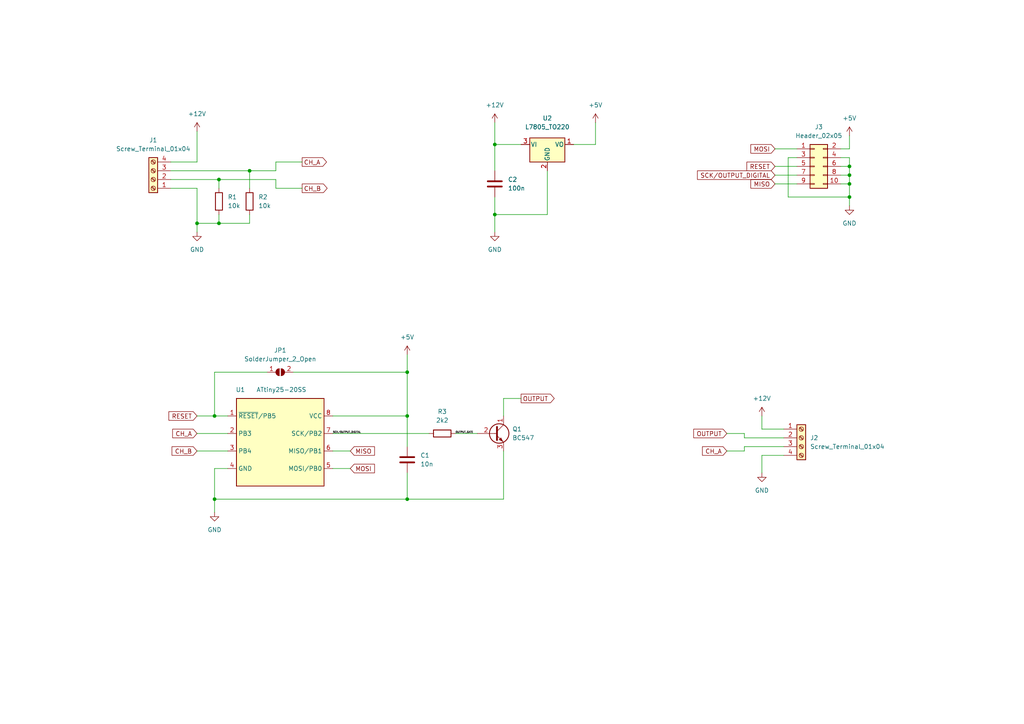
<source format=kicad_sch>
(kicad_sch (version 20211123) (generator eeschema)
  (paper "A4")
  (title_block (title "Indicador de sentido de rotação para encoder incremental") (date "2023-02-08") (rev "Rubem Nobre") (company "Laboratório de Robótica UFSC"))
  (lib_symbols
    (symbol "Connector:Screw_Terminal_01x04" (pin_names (offset 1.016) hide)
      (property "Reference" "J" (at 0 5.08 0))
      (property "Value" "Screw_Terminal_01x04" (at 0 -7.62 0))
      (symbol "Screw_Terminal_01x04_1_1"
        (rectangle (start -1.27 3.81) (end 1.27 -6.35) (stroke (width 0.254)) (fill (type background)))
        (circle (center 0 -5.08) (radius 0.635) (stroke (width 0.1524)))
        (circle (center 0 -2.54) (radius 0.635) (stroke (width 0.1524)))
        (polyline (pts (xy -0.5334 -4.7498) (xy 0.3302 -5.588)) (stroke (width 0.1524)))
        (polyline (pts (xy -0.5334 -2.2098) (xy 0.3302 -3.048)) (stroke (width 0.1524)))
        (polyline (pts (xy -0.5334 0.3302) (xy 0.3302 -0.508)) (stroke (width 0.1524)))
        (polyline (pts (xy -0.5334 2.8702) (xy 0.3302 2.032)) (stroke (width 0.1524)))
        (polyline (pts (xy -0.3556 -4.572) (xy 0.508 -5.4102)) (stroke (width 0.1524)))
        (polyline (pts (xy -0.3556 -2.032) (xy 0.508 -2.8702)) (stroke (width 0.1524)))
        (polyline (pts (xy -0.3556 0.508) (xy 0.508 -0.3302)) (stroke (width 0.1524)))
        (polyline (pts (xy -0.3556 3.048) (xy 0.508 2.2098)) (stroke (width 0.1524)))
        (circle (center 0 0) (radius 0.635) (stroke (width 0.1524)))
        (circle (center 0 2.54) (radius 0.635) (stroke (width 0.1524)))
        (pin passive line (at -5.08 2.54 0) (length 3.81) (name "Pin_1") (number "1"))
        (pin passive line (at -5.08 0 0) (length 3.81) (name "Pin_2") (number "2"))
        (pin passive line (at -5.08 -2.54 0) (length 3.81) (name "Pin_3") (number "3"))
        (pin passive line (at -5.08 -5.08 0) (length 3.81) (name "Pin_4") (number "4"))
      )
    )
    (symbol "Connector_Generic:Conn_02x05_Odd_Even" (pin_names (offset 1.016) hide)
      (property "Reference" "J" (at 1.27 7.62 0))
      (property "Value" "Conn_02x05_Odd_Even" (at 1.27 -7.62 0))
      (symbol "Conn_02x05_Odd_Even_1_1"
        (rectangle (start -1.27 -4.953) (end 0 -5.207) (stroke (width 0.1524)))
        (rectangle (start -1.27 -2.413) (end 0 -2.667) (stroke (width 0.1524)))
        (rectangle (start -1.27 0.127) (end 0 -0.127) (stroke (width 0.1524)))
        (rectangle (start -1.27 2.667) (end 0 2.413) (stroke (width 0.1524)))
        (rectangle (start -1.27 5.207) (end 0 4.953) (stroke (width 0.1524)))
        (rectangle (start -1.27 6.35) (end 3.81 -6.35) (stroke (width 0.254)) (fill (type background)))
        (rectangle (start 3.81 -4.953) (end 2.54 -5.207) (stroke (width 0.1524)))
        (rectangle (start 3.81 -2.413) (end 2.54 -2.667) (stroke (width 0.1524)))
        (rectangle (start 3.81 0.127) (end 2.54 -0.127) (stroke (width 0.1524)))
        (rectangle (start 3.81 2.667) (end 2.54 2.413) (stroke (width 0.1524)))
        (rectangle (start 3.81 5.207) (end 2.54 4.953) (stroke (width 0.1524)))
        (pin passive line (at -5.08 5.08 0) (length 3.81) (name "Pin_1") (number "1"))
        (pin passive line (at 7.62 -5.08 180) (length 3.81) (name "Pin_10") (number "10"))
        (pin passive line (at 7.62 5.08 180) (length 3.81) (name "Pin_2") (number "2"))
        (pin passive line (at -5.08 2.54 0) (length 3.81) (name "Pin_3") (number "3"))
        (pin passive line (at 7.62 2.54 180) (length 3.81) (name "Pin_4") (number "4"))
        (pin passive line (at -5.08 0 0) (length 3.81) (name "Pin_5") (number "5"))
        (pin passive line (at 7.62 0 180) (length 3.81) (name "Pin_6") (number "6"))
        (pin passive line (at -5.08 -2.54 0) (length 3.81) (name "Pin_7") (number "7"))
        (pin passive line (at 7.62 -2.54 180) (length 3.81) (name "Pin_8") (number "8"))
        (pin passive line (at -5.08 -5.08 0) (length 3.81) (name "Pin_9") (number "9"))
      )
    )
    (symbol "Device:C" (pin_numbers hide) (pin_names (offset 0.254))
      (property "Reference" "C" (at 0.635 2.54 0))
      (property "Value" "C" (at 0.635 -2.54 0))
      (symbol "C_0_1"
        (polyline (pts (xy -2.032 -0.762) (xy 2.032 -0.762)) (stroke (width 0.508)))
        (polyline (pts (xy -2.032 0.762) (xy 2.032 0.762)) (stroke (width 0.508)))
      )
      (symbol "C_1_1"
        (pin passive line (at 0 3.81 270) (length 2.794) (name "~") (number "1"))
        (pin passive line (at 0 -3.81 90) (length 2.794) (name "~") (number "2"))
      )
    )
    (symbol "Device:R" (pin_numbers hide) (pin_names (offset 0))
      (property "Reference" "R" (at 2.032 0 90))
      (property "Value" "R" (at 0 0 90))
      (symbol "R_0_1"
        (rectangle (start -1.016 -2.54) (end 1.016 2.54) (stroke (width 0.254)))
      )
      (symbol "R_1_1"
        (pin passive line (at 0 3.81 270) (length 1.27) (name "~") (number "1"))
        (pin passive line (at 0 -3.81 90) (length 1.27) (name "~") (number "2"))
      )
    )
    (symbol "Jumper:SolderJumper_2_Open" (pin_names (offset 0) hide)
      (property "Reference" "JP" (at 0 2.032 0))
      (property "Value" "SolderJumper_2_Open" (at 0 -2.54 0))
      (symbol "SolderJumper_2_Open_0_1"
        (arc (start -0.254 1.016) (mid -1.27 0) (end -0.254 -1.016))
        (arc (start -0.254 1.016) (mid -1.27 0) (end -0.254 -1.016) (fill (type outline)))
        (polyline (pts (xy -0.254 1.016) (xy -0.254 -1.016)))
        (polyline (pts (xy 0.254 1.016) (xy 0.254 -1.016)))
        (arc (start 0.254 -1.016) (mid 1.27 0) (end 0.254 1.016))
        (arc (start 0.254 -1.016) (mid 1.27 0) (end 0.254 1.016) (fill (type outline)))
      )
      (symbol "SolderJumper_2_Open_1_1"
        (pin passive line (at -3.81 0 0) (length 2.54) (name "A") (number "1"))
        (pin passive line (at 3.81 0 180) (length 2.54) (name "B") (number "2"))
      )
    )
    (symbol "MCU_Microchip_ATtiny:ATtiny25-20SS"
      (property "Reference" "U1" (at -10.16 15.24 0))
      (property "Value" "ATtiny25-20SS" (at 7.62 15.24 0))
      (symbol "ATtiny25-20SS_0_1"
        (rectangle (start -12.7 -12.7) (end 12.7 12.7) (stroke (width 0.254)) (fill (type background)))
      )
      (symbol "ATtiny25-20SS_1_1"
        (pin bidirectional line (at -15.24 7.62 0) (length 2.54) (name "~{RESET}/PB5") (number "1"))
        (pin bidirectional line (at -15.24 2.54 0) (length 2.54) (name "PB3") (number "2"))
        (pin bidirectional line (at -15.24 -2.54 0) (length 2.54) (name "PB4") (number "3"))
        (pin power_in line (at -15.24 -7.62 0) (length 2.54) (name "GND") (number "4"))
        (pin bidirectional line (at 15.24 -7.62 180) (length 2.54) (name "MOSI/PB0") (number "5"))
        (pin bidirectional line (at 15.24 -2.54 180) (length 2.54) (name "MISO/PB1") (number "6"))
        (pin bidirectional line (at 15.24 2.54 180) (length 2.54) (name "SCK/PB2") (number "7"))
        (pin power_in line (at 15.24 7.62 180) (length 2.54) (name "VCC") (number "8"))
      )
    )
    (symbol "Regulator_Linear:L78L05_TO92" (pin_names (offset 0.254))
      (property "Reference" "U" (at -3.81 3.175 0))
      (property "Value" "L78L05_TO92" (at 0 3.175 0))
      (symbol "L78L05_TO92_0_1"
        (rectangle (start -5.08 -5.08) (end 5.08 1.905) (stroke (width 0.254)) (fill (type background)))
      )
      (symbol "L78L05_TO92_1_1"
        (pin power_out line (at 7.62 0 180) (length 2.54) (name "VO") (number "1"))
        (pin power_in line (at 0 -7.62 90) (length 2.54) (name "GND") (number "2"))
        (pin power_in line (at -7.62 0 0) (length 2.54) (name "VI") (number "3"))
      )
    )
    (symbol "Transistor_BJT:BC547" (pin_names (offset 0) hide)
      (property "Reference" "Q" (at 5.08 1.905 0))
      (property "Value" "BC547" (at 5.08 0 0))
      (symbol "BC547_0_1"
        (polyline (pts (xy 0 0) (xy 0.635 0)))
        (polyline (pts (xy 0.635 0.635) (xy 2.54 2.54)))
        (polyline (pts (xy 0.635 -0.635) (xy 2.54 -2.54) (xy 2.54 -2.54)))
        (polyline (pts (xy 0.635 1.905) (xy 0.635 -1.905) (xy 0.635 -1.905)) (stroke (width 0.508)))
        (polyline (pts (xy 1.27 -1.778) (xy 1.778 -1.27) (xy 2.286 -2.286) (xy 1.27 -1.778) (xy 1.27 -1.778)) (fill (type outline)))
        (circle (center 1.27 0) (radius 2.8194) (stroke (width 0.254)))
      )
      (symbol "BC547_1_1"
        (pin passive line (at 2.54 5.08 270) (length 2.54) (name "C") (number "1"))
        (pin input line (at -5.08 0 0) (length 5.08) (name "B") (number "2"))
        (pin passive line (at 2.54 -5.08 90) (length 2.54) (name "E") (number "3"))
      )
    )
    (symbol "power:+12V" (power) (pin_names (offset 0))
      (property "Value" "+12V" (at 0 3.556 0))
      (symbol "+12V_0_1"
        (polyline (pts (xy -0.762 1.27) (xy 0 2.54)))
        (polyline (pts (xy 0 0) (xy 0 2.54)))
        (polyline (pts (xy 0 2.54) (xy 0.762 1.27)))
      )
      (symbol "+12V_1_1"
        (pin power_in line (at 0 0 90) (length 0) hide (name "+12V") (number "1"))
      )
    )
    (symbol "power:+5V" (power) (pin_names (offset 0))
      (property "Value" "+5V" (at 0 3.556 0))
      (symbol "+5V_0_1"
        (polyline (pts (xy -0.762 1.27) (xy 0 2.54)))
        (polyline (pts (xy 0 0) (xy 0 2.54)))
        (polyline (pts (xy 0 2.54) (xy 0.762 1.27)))
      )
      (symbol "+5V_1_1"
        (pin power_in line (at 0 0 90) (length 0) hide (name "+5V") (number "1"))
      )
    )
    (symbol "power:GND" (power) (pin_names (offset 0))
      (property "Value" "GND" (at 0 -3.81 0))
      (symbol "GND_0_1"
        (polyline (pts (xy 0 0) (xy 0 -1.27) (xy 1.27 -1.27) (xy 0 -2.54) (xy -1.27 -1.27) (xy 0 -1.27)))
      )
      (symbol "GND_1_1"
        (pin power_in line (at 0 0 270) (length 0) hide (name "GND") (number "1"))
      )
    )
  )
  (junction (at 57.15 64.77))
  (junction (at 118.11 107.95))
  (junction (at 62.23 144.78))
  (junction (at 246.38 57.15))
  (junction (at 246.38 48.26))
  (junction (at 72.39 49.53))
  (junction (at 63.5 52.07))
  (junction (at 246.38 53.34))
  (junction (at 246.38 50.8))
  (junction (at 63.5 64.77))
  (junction (at 143.51 41.91))
  (junction (at 118.11 120.65))
  (junction (at 143.51 62.23))
  (junction (at 62.23 120.65))
  (junction (at 118.11 144.78))
  (wire (pts (xy 246.38 50.8) (xy 246.38 53.34)))
  (wire (pts (xy 143.51 41.91) (xy 151.13 41.91)))
  (wire (pts (xy 158.75 62.23) (xy 158.75 49.53)))
  (wire (pts (xy 227.33 127) (xy 215.9 127)))
  (wire (pts (xy 62.23 120.65) (xy 62.23 107.95)))
  (wire (pts (xy 63.5 62.23) (xy 63.5 64.77)))
  (wire (pts (xy 80.01 52.07) (xy 80.01 54.61)))
  (wire (pts (xy 72.39 62.23) (xy 72.39 64.77)))
  (wire (pts (xy 66.04 135.89) (xy 62.23 135.89)))
  (wire (pts (xy 80.01 49.53) (xy 80.01 46.99)))
  (wire (pts (xy 143.51 35.56) (xy 143.51 41.91)))
  (wire (pts (xy 220.98 124.46) (xy 220.98 120.65)))
  (wire (pts (xy 215.9 129.54) (xy 215.9 130.81)))
  (wire (pts (xy 224.79 48.26) (xy 231.14 48.26)))
  (wire (pts (xy 172.72 35.56) (xy 172.72 41.91)))
  (wire (pts (xy 80.01 54.61) (xy 87.63 54.61)))
  (wire (pts (xy 49.53 54.61) (xy 57.15 54.61)))
  (wire (pts (xy 243.84 45.72) (xy 246.38 45.72)))
  (wire (pts (xy 72.39 64.77) (xy 63.5 64.77)))
  (wire (pts (xy 227.33 129.54) (xy 215.9 129.54)))
  (wire (pts (xy 146.05 130.81) (xy 146.05 144.78)))
  (wire (pts (xy 243.84 48.26) (xy 246.38 48.26)))
  (wire (pts (xy 246.38 45.72) (xy 246.38 48.26)))
  (wire (pts (xy 118.11 137.16) (xy 118.11 144.78)))
  (wire (pts (xy 215.9 125.73) (xy 210.82 125.73)))
  (wire (pts (xy 96.52 120.65) (xy 118.11 120.65)))
  (wire (pts (xy 63.5 52.07) (xy 80.01 52.07)))
  (wire (pts (xy 118.11 102.87) (xy 118.11 107.95)))
  (wire (pts (xy 146.05 120.65) (xy 146.05 115.57)))
  (wire (pts (xy 166.37 41.91) (xy 172.72 41.91)))
  (wire (pts (xy 57.15 120.65) (xy 62.23 120.65)))
  (wire (pts (xy 231.14 45.72) (xy 228.6 45.72)))
  (wire (pts (xy 246.38 48.26) (xy 246.38 50.8)))
  (wire (pts (xy 57.15 64.77) (xy 57.15 67.31)))
  (wire (pts (xy 63.5 64.77) (xy 57.15 64.77)))
  (wire (pts (xy 228.6 57.15) (xy 246.38 57.15)))
  (wire (pts (xy 72.39 49.53) (xy 72.39 54.61)))
  (wire (pts (xy 227.33 124.46) (xy 220.98 124.46)))
  (wire (pts (xy 49.53 49.53) (xy 72.39 49.53)))
  (wire (pts (xy 66.04 130.81) (xy 57.15 130.81)))
  (wire (pts (xy 57.15 38.1) (xy 57.15 46.99)))
  (wire (pts (xy 246.38 57.15) (xy 246.38 59.69)))
  (wire (pts (xy 80.01 46.99) (xy 87.63 46.99)))
  (wire (pts (xy 228.6 45.72) (xy 228.6 57.15)))
  (wire (pts (xy 49.53 52.07) (xy 63.5 52.07)))
  (wire (pts (xy 143.51 62.23) (xy 158.75 62.23)))
  (wire (pts (xy 246.38 43.18) (xy 246.38 39.37)))
  (wire (pts (xy 224.79 53.34) (xy 231.14 53.34)))
  (wire (pts (xy 146.05 115.57) (xy 151.13 115.57)))
  (wire (pts (xy 143.51 57.15) (xy 143.51 62.23)))
  (wire (pts (xy 227.33 132.08) (xy 220.98 132.08)))
  (wire (pts (xy 96.52 130.81) (xy 101.6 130.81)))
  (wire (pts (xy 96.52 125.73) (xy 124.46 125.73)))
  (wire (pts (xy 62.23 135.89) (xy 62.23 144.78)))
  (wire (pts (xy 118.11 120.65) (xy 118.11 129.54)))
  (wire (pts (xy 66.04 120.65) (xy 62.23 120.65)))
  (wire (pts (xy 132.08 125.73) (xy 138.43 125.73)))
  (wire (pts (xy 72.39 49.53) (xy 80.01 49.53)))
  (wire (pts (xy 146.05 144.78) (xy 118.11 144.78)))
  (wire (pts (xy 62.23 144.78) (xy 62.23 148.59)))
  (wire (pts (xy 224.79 50.8) (xy 231.14 50.8)))
  (wire (pts (xy 66.04 125.73) (xy 57.15 125.73)))
  (wire (pts (xy 57.15 54.61) (xy 57.15 64.77)))
  (wire (pts (xy 85.09 107.95) (xy 118.11 107.95)))
  (wire (pts (xy 96.52 135.89) (xy 101.6 135.89)))
  (wire (pts (xy 49.53 46.99) (xy 57.15 46.99)))
  (wire (pts (xy 243.84 43.18) (xy 246.38 43.18)))
  (wire (pts (xy 118.11 144.78) (xy 62.23 144.78)))
  (wire (pts (xy 246.38 53.34) (xy 246.38 57.15)))
  (wire (pts (xy 220.98 132.08) (xy 220.98 137.16)))
  (wire (pts (xy 62.23 107.95) (xy 77.47 107.95)))
  (wire (pts (xy 63.5 52.07) (xy 63.5 54.61)))
  (wire (pts (xy 224.79 43.18) (xy 231.14 43.18)))
  (wire (pts (xy 143.51 62.23) (xy 143.51 67.31)))
  (wire (pts (xy 118.11 107.95) (xy 118.11 120.65)))
  (wire (pts (xy 243.84 50.8) (xy 246.38 50.8)))
  (wire (pts (xy 215.9 127) (xy 215.9 125.73)))
  (wire (pts (xy 210.82 130.81) (xy 215.9 130.81)))
  (wire (pts (xy 243.84 53.34) (xy 246.38 53.34)))
  (wire (pts (xy 143.51 41.91) (xy 143.51 49.53)))
  (label "SCK{slash}OUTPUT_DIGITAL" (at 96.52 125.73 0) (effects (font (size 0.508 0.508))))
  (label "OUTPUT_GATE" (at 132.08 125.73 0) (effects (font (size 0.508 0.508))))
  (global_label "OUTPUT" (shape output) (at 151.13 115.57 0) (property "Intersheet References" "${INTERSHEET_REFS}" (effects hide)))
  (global_label "OUTPUT" (shape input) (at 210.82 125.73 180) (property "Intersheet References" "${INTERSHEET_REFS}" (effects hide)))
  (global_label "RESET" (shape input) (at 224.79 48.26 180) (property "Intersheet References" "${INTERSHEET_REFS}" (effects hide)))
  (global_label "CH_A" (shape input) (at 57.15 125.73 180) (property "Intersheet References" "${INTERSHEET_REFS}" (effects hide)))
  (global_label "MOSI" (shape input) (at 224.79 43.18 180) (property "Intersheet References" "${INTERSHEET_REFS}" (effects hide)))
  (global_label "CH_B" (shape input) (at 57.15 130.81 180) (property "Intersheet References" "${INTERSHEET_REFS}" (effects hide)))
  (global_label "SCK{slash}OUTPUT_DIGITAL" (shape input) (at 224.79 50.8 180) (property "Intersheet References" "${INTERSHEET_REFS}" (effects hide)))
  (global_label "CH_A" (shape output) (at 87.63 46.99 0) (property "Intersheet References" "${INTERSHEET_REFS}" (effects hide)))
  (global_label "RESET" (shape input) (at 57.15 120.65 180) (property "Intersheet References" "${INTERSHEET_REFS}" (effects hide)))
  (global_label "MOSI" (shape input) (at 101.6 135.89 0) (property "Intersheet References" "${INTERSHEET_REFS}" (effects hide)))
  (global_label "MISO" (shape input) (at 101.6 130.81 0) (property "Intersheet References" "${INTERSHEET_REFS}" (effects hide)))
  (global_label "CH_B" (shape output) (at 87.63 54.61 0) (property "Intersheet References" "${INTERSHEET_REFS}" (effects hide)))
  (global_label "MISO" (shape input) (at 224.79 53.34 180) (property "Intersheet References" "${INTERSHEET_REFS}" (effects hide)))
  (global_label "CH_A" (shape input) (at 210.82 130.81 180) (property "Intersheet References" "${INTERSHEET_REFS}" (effects hide)))
  (symbol (lib_id "power:GND") (at 57.15 67.31 0) (unit 1)
    (property "Reference" "#PWR02" (effects hide))
    (property "Value" "GND" (at 57.15 72.39 0))
  )
  (symbol (lib_id "Connector:Screw_Terminal_01x04") (at 232.41 127 0) (unit 1)
    (property "Reference" "J2" (at 234.95 126.9999 0) (effects (justify left)))
    (property "Value" "Screw_Terminal_01x04" (at 234.95 129.5399 0) (effects (justify left)))
    (property "Footprint" "TerminalBlock_RND:TerminalBlock_RND_205-00234_1x04_P5.08mm_Horizontal" (effects hide))
  )
  (symbol (lib_id "power:+5V") (at 172.72 35.56 0) (unit 1)
    (property "Reference" "#PWR07" (effects hide))
    (property "Value" "+5V" (at 172.72 30.48 0))
  )
  (symbol (lib_id "power:+12V") (at 220.98 120.65 0) (unit 1)
    (property "Reference" "#PWR08" (effects hide))
    (property "Value" "+12V" (at 220.98 115.57 0))
  )
  (symbol (lib_id "power:GND") (at 62.23 148.59 0) (unit 1)
    (property "Reference" "#PWR03" (effects hide))
    (property "Value" "GND" (at 62.23 153.67 0))
  )
  (symbol (lib_id "Device:R") (at 72.39 58.42 0) (unit 1)
    (property "Reference" "R2" (at 74.93 57.1499 0) (effects (justify left)))
    (property "Value" "10k" (at 74.93 59.6899 0) (effects (justify left)))
    (property "Footprint" "Resistor_THT:R_Axial_DIN0207_L6.3mm_D2.5mm_P10.16mm_Horizontal" (effects hide))
  )
  (symbol (lib_id "MCU_Microchip_ATtiny:ATtiny25-20SS") (at 81.28 128.27 0) (unit 1)
    (property "Reference" "U1" (at 71.12 113.03 0) (effects (justify right)))
    (property "Value" "ATtiny25-20SS" (at 88.9 113.03 0) (effects (justify right)))
    (property "Footprint" "Package_SO:SOIC-8_3.9x4.9mm_P1.27mm" (effects hide))
    (property "Datasheet" "http://ww1.microchip.com/downloads/en/DeviceDoc/atmel-2586-avr-8-bit-microcontroller-attiny25-attiny45-attiny85_datasheet.pdf" (effects hide))
  )
  (symbol (lib_id "Device:C") (at 118.11 133.35 0) (unit 1)
    (property "Reference" "C1" (at 121.92 132.0799 0) (effects (justify left)))
    (property "Value" "10n" (at 121.92 134.6199 0) (effects (justify left)))
    (property "Footprint" "Capacitor_THT:C_Disc_D5.0mm_W2.5mm_P5.00mm" (effects hide))
  )
  (symbol (lib_id "Device:C") (at 143.51 53.34 0) (unit 1)
    (property "Reference" "C2" (at 147.32 52.0699 0) (effects (justify left)))
    (property "Value" "100n" (at 147.32 54.6099 0) (effects (justify left)))
    (property "Footprint" "Capacitor_THT:C_Disc_D5.0mm_W2.5mm_P5.00mm" (effects hide))
  )
  (symbol (lib_id "Connector:Screw_Terminal_01x04") (at 44.45 52.07 180) (unit 1)
    (property "Reference" "J1" (at 44.45 40.64 0))
    (property "Value" "Screw_Terminal_01x04" (at 44.45 43.18 0))
    (property "Footprint" "TerminalBlock_RND:TerminalBlock_RND_205-00234_1x04_P5.08mm_Horizontal" (effects hide))
  )
  (symbol (lib_id "power:+12V") (at 143.51 35.56 0) (unit 1)
    (property "Reference" "#PWR05" (effects hide))
    (property "Value" "+12V" (at 143.51 30.48 0))
  )
  (symbol (lib_id "power:+5V") (at 118.11 102.87 0) (unit 1)
    (property "Reference" "#PWR04" (effects hide))
    (property "Value" "+5V" (at 118.11 97.79 0))
  )
  (symbol (lib_id "power:GND") (at 143.51 67.31 0) (unit 1)
    (property "Reference" "#PWR06" (effects hide))
    (property "Value" "GND" (at 143.51 72.39 0))
  )
  (symbol (lib_id "Regulator_Linear:L78L05_TO92") (at 158.75 41.91 0) (unit 1)
    (property "Reference" "U2" (at 158.75 34.29 0))
    (property "Value" "L7805_TO220" (at 158.75 36.83 0))
    (property "Footprint" "Package_TO_SOT_THT:TO-220-3_Horizontal_TabDown" (effects hide))
    (property "Datasheet" "http://www.st.com/content/ccc/resource/technical/document/datasheet/15/55/e5/aa/23/5b/43/fd/CD00000446.pdf/files/CD00000446.pdf/jcr:content/translations/en.CD00000446.pdf" (effects hide))
  )
  (symbol (lib_id "Device:R") (at 63.5 58.42 0) (unit 1)
    (property "Reference" "R1" (at 66.04 57.1499 0) (effects (justify left)))
    (property "Value" "10k" (at 66.04 59.6899 0) (effects (justify left)))
    (property "Footprint" "Resistor_THT:R_Axial_DIN0207_L6.3mm_D2.5mm_P10.16mm_Horizontal" (effects hide))
  )
  (symbol (lib_id "Transistor_BJT:BC547") (at 143.51 125.73 0) (unit 1)
    (property "Reference" "Q1" (at 148.59 124.4599 0) (effects (justify left)))
    (property "Value" "BC547" (at 148.59 126.9999 0) (effects (justify left)))
    (property "Footprint" "Package_TO_SOT_THT:TO-92_Inline_Wide" (effects hide))
    (property "Datasheet" "https://www.onsemi.com/pub/Collateral/BC550-D.pdf" (effects hide))
  )
  (symbol (lib_id "power:GND") (at 220.98 137.16 0) (unit 1)
    (property "Reference" "#PWR09" (effects hide))
    (property "Value" "GND" (at 220.98 142.24 0))
  )
  (symbol (lib_id "power:+5V") (at 246.38 39.37 0) (unit 1)
    (property "Reference" "#PWR010" (effects hide))
    (property "Value" "+5V" (at 246.38 34.29 0))
  )
  (symbol (lib_id "Connector_Generic:Conn_02x05_Odd_Even") (at 236.22 48.26 0) (unit 1)
    (property "Reference" "J3" (at 237.49 36.83 0))
    (property "Value" "Header_02x05" (at 237.49 39.37 0))
    (property "Footprint" "Connector_PinHeader_2.54mm:PinHeader_2x05_P2.54mm_Vertical" (effects hide))
  )
  (symbol (lib_id "power:+12V") (at 57.15 38.1 0) (unit 1)
    (property "Reference" "#PWR01" (effects hide))
    (property "Value" "+12V" (at 57.15 33.02 0))
  )
  (symbol (lib_id "power:GND") (at 246.38 59.69 0) (unit 1)
    (property "Reference" "#PWR011" (effects hide))
    (property "Value" "GND" (at 246.38 64.77 0))
  )
  (symbol (lib_id "Jumper:SolderJumper_2_Open") (at 81.28 107.95 0) (unit 1)
    (property "Reference" "JP1" (at 81.28 101.6 0))
    (property "Value" "SolderJumper_2_Open" (at 81.28 104.14 0))
    (property "Footprint" "Resistor_SMD:R_0805_2012Metric_Pad1.20x1.40mm_HandSolder" (effects hide))
  )
  (symbol (lib_id "Device:R") (at 128.27 125.73 90) (unit 1)
    (property "Reference" "R3" (at 128.27 119.38 90))
    (property "Value" "2k2" (at 128.27 121.92 90))
    (property "Footprint" "Resistor_THT:R_Axial_DIN0207_L6.3mm_D2.5mm_P10.16mm_Horizontal" (effects hide))
  )
)
</source>
